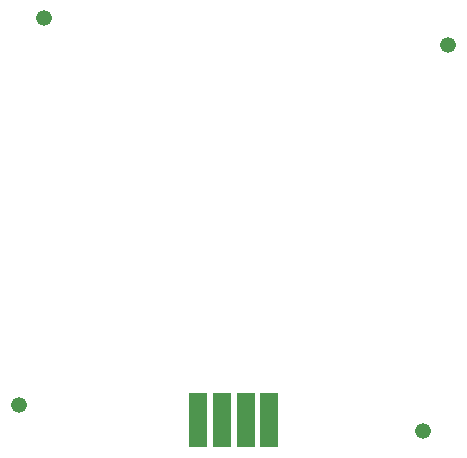
<source format=gbs>
%FSTAX42Y42*%
%MOMM*%
G71*
G01*
G75*
G04 Layer_Color=16711935*
%ADD10C,0.35*%
%ADD11C,0.45*%
%ADD12C,0.25*%
G04:AMPARAMS|DCode=13|XSize=0.46mm|YSize=0.61mm|CornerRadius=0mm|HoleSize=0mm|Usage=FLASHONLY|Rotation=350.000|XOffset=0mm|YOffset=0mm|HoleType=Round|Shape=Rectangle|*
%AMROTATEDRECTD13*
4,1,4,-0.28,-0.26,-0.17,0.34,0.28,0.26,0.17,-0.34,-0.28,-0.26,0.0*
%
%ADD13ROTATEDRECTD13*%

G04:AMPARAMS|DCode=14|XSize=1mm|YSize=1.5mm|CornerRadius=0mm|HoleSize=0mm|Usage=FLASHONLY|Rotation=26.400|XOffset=0mm|YOffset=0mm|HoleType=Round|Shape=Rectangle|*
%AMROTATEDRECTD14*
4,1,4,-0.11,-0.89,-0.78,0.45,0.11,0.89,0.78,-0.45,-0.11,-0.89,0.0*
%
%ADD14ROTATEDRECTD14*%

G04:AMPARAMS|DCode=15|XSize=1mm|YSize=1.5mm|CornerRadius=0mm|HoleSize=0mm|Usage=FLASHONLY|Rotation=56.400|XOffset=0mm|YOffset=0mm|HoleType=Round|Shape=Rectangle|*
%AMROTATEDRECTD15*
4,1,4,0.35,-0.83,-0.90,-0.00,-0.35,0.83,0.90,0.00,0.35,-0.83,0.0*
%
%ADD15ROTATEDRECTD15*%

G04:AMPARAMS|DCode=16|XSize=1mm|YSize=1.5mm|CornerRadius=0mm|HoleSize=0mm|Usage=FLASHONLY|Rotation=86.500|XOffset=0mm|YOffset=0mm|HoleType=Round|Shape=Rectangle|*
%AMROTATEDRECTD16*
4,1,4,0.72,-0.54,-0.78,-0.45,-0.72,0.54,0.78,0.45,0.72,-0.54,0.0*
%
%ADD16ROTATEDRECTD16*%

G04:AMPARAMS|DCode=17|XSize=1mm|YSize=1.5mm|CornerRadius=0mm|HoleSize=0mm|Usage=FLASHONLY|Rotation=326.400|XOffset=0mm|YOffset=0mm|HoleType=Round|Shape=Rectangle|*
%AMROTATEDRECTD17*
4,1,4,-0.83,-0.35,-0.00,0.90,0.83,0.35,0.00,-0.90,-0.83,-0.35,0.0*
%
%ADD17ROTATEDRECTD17*%

G04:AMPARAMS|DCode=18|XSize=0.46mm|YSize=0.61mm|CornerRadius=0mm|HoleSize=0mm|Usage=FLASHONLY|Rotation=320.000|XOffset=0mm|YOffset=0mm|HoleType=Round|Shape=Rectangle|*
%AMROTATEDRECTD18*
4,1,4,-0.37,-0.09,0.02,0.38,0.37,0.09,-0.02,-0.38,-0.37,-0.09,0.0*
%
%ADD18ROTATEDRECTD18*%

G04:AMPARAMS|DCode=19|XSize=1mm|YSize=1.5mm|CornerRadius=0mm|HoleSize=0mm|Usage=FLASHONLY|Rotation=296.400|XOffset=0mm|YOffset=0mm|HoleType=Round|Shape=Rectangle|*
%AMROTATEDRECTD19*
4,1,4,-0.89,0.11,0.45,0.78,0.89,-0.11,-0.45,-0.78,-0.89,0.11,0.0*
%
%ADD19ROTATEDRECTD19*%

G04:AMPARAMS|DCode=20|XSize=0.46mm|YSize=0.51mm|CornerRadius=0mm|HoleSize=0mm|Usage=FLASHONLY|Rotation=30.000|XOffset=0mm|YOffset=0mm|HoleType=Round|Shape=Rectangle|*
%AMROTATEDRECTD20*
4,1,4,-0.07,-0.33,-0.32,0.11,0.07,0.33,0.32,-0.11,-0.07,-0.33,0.0*
%
%ADD20ROTATEDRECTD20*%

G04:AMPARAMS|DCode=21|XSize=0.46mm|YSize=0.51mm|CornerRadius=0mm|HoleSize=0mm|Usage=FLASHONLY|Rotation=150.000|XOffset=0mm|YOffset=0mm|HoleType=Round|Shape=Rectangle|*
%AMROTATEDRECTD21*
4,1,4,0.32,0.11,0.07,-0.33,-0.32,-0.11,-0.07,0.33,0.32,0.11,0.0*
%
%ADD21ROTATEDRECTD21*%

G04:AMPARAMS|DCode=22|XSize=1mm|YSize=1.5mm|CornerRadius=0mm|HoleSize=0mm|Usage=FLASHONLY|Rotation=207.000|XOffset=0mm|YOffset=0mm|HoleType=Round|Shape=Rectangle|*
%AMROTATEDRECTD22*
4,1,4,0.11,0.90,0.79,-0.44,-0.11,-0.90,-0.79,0.44,0.11,0.90,0.0*
%
%ADD22ROTATEDRECTD22*%

G04:AMPARAMS|DCode=23|XSize=0.46mm|YSize=0.61mm|CornerRadius=0mm|HoleSize=0mm|Usage=FLASHONLY|Rotation=230.000|XOffset=0mm|YOffset=0mm|HoleType=Round|Shape=Rectangle|*
%AMROTATEDRECTD23*
4,1,4,-0.09,0.37,0.38,-0.02,0.09,-0.37,-0.38,0.02,-0.09,0.37,0.0*
%
%ADD23ROTATEDRECTD23*%

G04:AMPARAMS|DCode=24|XSize=0.46mm|YSize=0.51mm|CornerRadius=0mm|HoleSize=0mm|Usage=FLASHONLY|Rotation=65.000|XOffset=0mm|YOffset=0mm|HoleType=Round|Shape=Rectangle|*
%AMROTATEDRECTD24*
4,1,4,0.13,-0.31,-0.33,-0.10,-0.13,0.31,0.33,0.10,0.13,-0.31,0.0*
%
%ADD24ROTATEDRECTD24*%

G04:AMPARAMS|DCode=25|XSize=0.46mm|YSize=0.61mm|CornerRadius=0mm|HoleSize=0mm|Usage=FLASHONLY|Rotation=260.000|XOffset=0mm|YOffset=0mm|HoleType=Round|Shape=Rectangle|*
%AMROTATEDRECTD25*
4,1,4,-0.26,0.28,0.34,0.17,0.26,-0.28,-0.34,-0.17,-0.26,0.28,0.0*
%
%ADD25ROTATEDRECTD25*%

G04:AMPARAMS|DCode=26|XSize=0.46mm|YSize=0.61mm|CornerRadius=0mm|HoleSize=0mm|Usage=FLASHONLY|Rotation=290.000|XOffset=0mm|YOffset=0mm|HoleType=Round|Shape=Rectangle|*
%AMROTATEDRECTD26*
4,1,4,-0.36,0.11,0.21,0.32,0.36,-0.11,-0.21,-0.32,-0.36,0.11,0.0*
%
%ADD26ROTATEDRECTD26*%

%ADD27R,0.51X0.46*%
G04:AMPARAMS|DCode=28|XSize=0.46mm|YSize=0.51mm|CornerRadius=0mm|HoleSize=0mm|Usage=FLASHONLY|Rotation=120.000|XOffset=0mm|YOffset=0mm|HoleType=Round|Shape=Rectangle|*
%AMROTATEDRECTD28*
4,1,4,0.33,-0.07,-0.11,-0.32,-0.33,0.07,0.11,0.32,0.33,-0.07,0.0*
%
%ADD28ROTATEDRECTD28*%

G04:AMPARAMS|DCode=29|XSize=0.46mm|YSize=0.61mm|CornerRadius=0mm|HoleSize=0mm|Usage=FLASHONLY|Rotation=298.000|XOffset=0mm|YOffset=0mm|HoleType=Round|Shape=Rectangle|*
%AMROTATEDRECTD29*
4,1,4,-0.38,0.06,0.16,0.34,0.38,-0.06,-0.16,-0.34,-0.38,0.06,0.0*
%
%ADD29ROTATEDRECTD29*%

G04:AMPARAMS|DCode=30|XSize=0.46mm|YSize=0.61mm|CornerRadius=0mm|HoleSize=0mm|Usage=FLASHONLY|Rotation=249.000|XOffset=0mm|YOffset=0mm|HoleType=Round|Shape=Rectangle|*
%AMROTATEDRECTD30*
4,1,4,-0.20,0.32,0.37,0.10,0.20,-0.32,-0.37,-0.10,-0.20,0.32,0.0*
%
%ADD30ROTATEDRECTD30*%

G04:AMPARAMS|DCode=31|XSize=0.46mm|YSize=0.61mm|CornerRadius=0mm|HoleSize=0mm|Usage=FLASHONLY|Rotation=21.000|XOffset=0mm|YOffset=0mm|HoleType=Round|Shape=Rectangle|*
%AMROTATEDRECTD31*
4,1,4,-0.10,-0.37,-0.32,0.20,0.10,0.37,0.32,-0.20,-0.10,-0.37,0.0*
%
%ADD31ROTATEDRECTD31*%

G04:AMPARAMS|DCode=32|XSize=0.46mm|YSize=0.61mm|CornerRadius=0mm|HoleSize=0mm|Usage=FLASHONLY|Rotation=190.000|XOffset=0mm|YOffset=0mm|HoleType=Round|Shape=Rectangle|*
%AMROTATEDRECTD32*
4,1,4,0.17,0.34,0.28,-0.26,-0.17,-0.34,-0.28,0.26,0.17,0.34,0.0*
%
%ADD32ROTATEDRECTD32*%

G04:AMPARAMS|DCode=33|XSize=0.46mm|YSize=0.61mm|CornerRadius=0mm|HoleSize=0mm|Usage=FLASHONLY|Rotation=40.000|XOffset=0mm|YOffset=0mm|HoleType=Round|Shape=Rectangle|*
%AMROTATEDRECTD33*
4,1,4,0.02,-0.38,-0.37,0.09,-0.02,0.38,0.37,-0.09,0.02,-0.38,0.0*
%
%ADD33ROTATEDRECTD33*%

G04:AMPARAMS|DCode=34|XSize=0.46mm|YSize=0.61mm|CornerRadius=0mm|HoleSize=0mm|Usage=FLASHONLY|Rotation=81.000|XOffset=0mm|YOffset=0mm|HoleType=Round|Shape=Rectangle|*
%AMROTATEDRECTD34*
4,1,4,0.27,-0.27,-0.34,-0.18,-0.27,0.27,0.34,0.18,0.27,-0.27,0.0*
%
%ADD34ROTATEDRECTD34*%

G04:AMPARAMS|DCode=35|XSize=0.46mm|YSize=0.61mm|CornerRadius=0mm|HoleSize=0mm|Usage=FLASHONLY|Rotation=70.000|XOffset=0mm|YOffset=0mm|HoleType=Round|Shape=Rectangle|*
%AMROTATEDRECTD35*
4,1,4,0.21,-0.32,-0.36,-0.11,-0.21,0.32,0.36,0.11,0.21,-0.32,0.0*
%
%ADD35ROTATEDRECTD35*%

G04:AMPARAMS|DCode=36|XSize=0.46mm|YSize=0.61mm|CornerRadius=0mm|HoleSize=0mm|Usage=FLASHONLY|Rotation=130.000|XOffset=0mm|YOffset=0mm|HoleType=Round|Shape=Rectangle|*
%AMROTATEDRECTD36*
4,1,4,0.38,0.02,-0.09,-0.37,-0.38,-0.02,0.09,0.37,0.38,0.02,0.0*
%
%ADD36ROTATEDRECTD36*%

G04:AMPARAMS|DCode=37|XSize=0.46mm|YSize=0.61mm|CornerRadius=0mm|HoleSize=0mm|Usage=FLASHONLY|Rotation=145.000|XOffset=0mm|YOffset=0mm|HoleType=Round|Shape=Rectangle|*
%AMROTATEDRECTD37*
4,1,4,0.36,0.12,0.01,-0.38,-0.36,-0.12,-0.01,0.38,0.36,0.12,0.0*
%
%ADD37ROTATEDRECTD37*%

G04:AMPARAMS|DCode=38|XSize=0.46mm|YSize=0.61mm|CornerRadius=0mm|HoleSize=0mm|Usage=FLASHONLY|Rotation=175.000|XOffset=0mm|YOffset=0mm|HoleType=Round|Shape=Rectangle|*
%AMROTATEDRECTD38*
4,1,4,0.25,0.28,0.20,-0.32,-0.25,-0.28,-0.20,0.32,0.25,0.28,0.0*
%
%ADD38ROTATEDRECTD38*%

%ADD39R,0.46X0.61*%
G04:AMPARAMS|DCode=40|XSize=0.46mm|YSize=0.61mm|CornerRadius=0mm|HoleSize=0mm|Usage=FLASHONLY|Rotation=200.000|XOffset=0mm|YOffset=0mm|HoleType=Round|Shape=Rectangle|*
%AMROTATEDRECTD40*
4,1,4,0.11,0.36,0.32,-0.21,-0.11,-0.36,-0.32,0.21,0.11,0.36,0.0*
%
%ADD40ROTATEDRECTD40*%

%ADD41R,0.61X0.46*%
%ADD42R,0.46X0.51*%
G04:AMPARAMS|DCode=43|XSize=0.46mm|YSize=0.51mm|CornerRadius=0mm|HoleSize=0mm|Usage=FLASHONLY|Rotation=240.000|XOffset=0mm|YOffset=0mm|HoleType=Round|Shape=Rectangle|*
%AMROTATEDRECTD43*
4,1,4,-0.11,0.32,0.33,0.07,0.11,-0.32,-0.33,-0.07,-0.11,0.32,0.0*
%
%ADD43ROTATEDRECTD43*%

%ADD44R,0.35X0.85*%
G04:AMPARAMS|DCode=45|XSize=1mm|YSize=1.5mm|CornerRadius=0mm|HoleSize=0mm|Usage=FLASHONLY|Rotation=176.400|XOffset=0mm|YOffset=0mm|HoleType=Round|Shape=Rectangle|*
%AMROTATEDRECTD45*
4,1,4,0.55,0.72,0.45,-0.78,-0.55,-0.72,-0.45,0.78,0.55,0.72,0.0*
%
%ADD45ROTATEDRECTD45*%

%ADD46C,0.40*%
%ADD47C,0.30*%
%ADD48C,0.50*%
%ADD49C,0.51*%
%ADD50C,0.60*%
%ADD51C,1.20*%
%ADD52C,0.60*%
%ADD53C,0.87*%
%ADD54C,0.50*%
%ADD55C,0.70*%
%ADD56C,1.27*%
%ADD57R,1.40X4.52*%
%ADD58C,0.25*%
%ADD59C,0.25*%
%ADD60C,0.10*%
%ADD61C,0.04*%
%ADD62C,0.20*%
%ADD63C,0.15*%
G04:AMPARAMS|DCode=64|XSize=0.36mm|YSize=0.51mm|CornerRadius=0mm|HoleSize=0mm|Usage=FLASHONLY|Rotation=350.000|XOffset=0mm|YOffset=0mm|HoleType=Round|Shape=Rectangle|*
%AMROTATEDRECTD64*
4,1,4,-0.22,-0.22,-0.13,0.28,0.22,0.22,0.13,-0.28,-0.22,-0.22,0.0*
%
%ADD64ROTATEDRECTD64*%

G04:AMPARAMS|DCode=65|XSize=0.9mm|YSize=1.4mm|CornerRadius=0mm|HoleSize=0mm|Usage=FLASHONLY|Rotation=26.400|XOffset=0mm|YOffset=0mm|HoleType=Round|Shape=Rectangle|*
%AMROTATEDRECTD65*
4,1,4,-0.09,-0.83,-0.71,0.43,0.09,0.83,0.71,-0.43,-0.09,-0.83,0.0*
%
%ADD65ROTATEDRECTD65*%

G04:AMPARAMS|DCode=66|XSize=0.9mm|YSize=1.4mm|CornerRadius=0mm|HoleSize=0mm|Usage=FLASHONLY|Rotation=56.400|XOffset=0mm|YOffset=0mm|HoleType=Round|Shape=Rectangle|*
%AMROTATEDRECTD66*
4,1,4,0.33,-0.76,-0.83,0.01,-0.33,0.76,0.83,-0.01,0.33,-0.76,0.0*
%
%ADD66ROTATEDRECTD66*%

G04:AMPARAMS|DCode=67|XSize=0.9mm|YSize=1.4mm|CornerRadius=0mm|HoleSize=0mm|Usage=FLASHONLY|Rotation=86.500|XOffset=0mm|YOffset=0mm|HoleType=Round|Shape=Rectangle|*
%AMROTATEDRECTD67*
4,1,4,0.67,-0.49,-0.73,-0.41,-0.67,0.49,0.73,0.41,0.67,-0.49,0.0*
%
%ADD67ROTATEDRECTD67*%

G04:AMPARAMS|DCode=68|XSize=0.9mm|YSize=1.4mm|CornerRadius=0mm|HoleSize=0mm|Usage=FLASHONLY|Rotation=326.400|XOffset=0mm|YOffset=0mm|HoleType=Round|Shape=Rectangle|*
%AMROTATEDRECTD68*
4,1,4,-0.76,-0.33,0.01,0.83,0.76,0.33,-0.01,-0.83,-0.76,-0.33,0.0*
%
%ADD68ROTATEDRECTD68*%

G04:AMPARAMS|DCode=69|XSize=0.36mm|YSize=0.51mm|CornerRadius=0mm|HoleSize=0mm|Usage=FLASHONLY|Rotation=320.000|XOffset=0mm|YOffset=0mm|HoleType=Round|Shape=Rectangle|*
%AMROTATEDRECTD69*
4,1,4,-0.30,-0.08,0.03,0.31,0.30,0.08,-0.03,-0.31,-0.30,-0.08,0.0*
%
%ADD69ROTATEDRECTD69*%

G04:AMPARAMS|DCode=70|XSize=0.9mm|YSize=1.4mm|CornerRadius=0mm|HoleSize=0mm|Usage=FLASHONLY|Rotation=296.400|XOffset=0mm|YOffset=0mm|HoleType=Round|Shape=Rectangle|*
%AMROTATEDRECTD70*
4,1,4,-0.83,0.09,0.43,0.71,0.83,-0.09,-0.43,-0.71,-0.83,0.09,0.0*
%
%ADD70ROTATEDRECTD70*%

G04:AMPARAMS|DCode=71|XSize=0.36mm|YSize=0.41mm|CornerRadius=0mm|HoleSize=0mm|Usage=FLASHONLY|Rotation=30.000|XOffset=0mm|YOffset=0mm|HoleType=Round|Shape=Rectangle|*
%AMROTATEDRECTD71*
4,1,4,-0.05,-0.27,-0.26,0.09,0.05,0.27,0.26,-0.09,-0.05,-0.27,0.0*
%
%ADD71ROTATEDRECTD71*%

G04:AMPARAMS|DCode=72|XSize=0.36mm|YSize=0.41mm|CornerRadius=0mm|HoleSize=0mm|Usage=FLASHONLY|Rotation=150.000|XOffset=0mm|YOffset=0mm|HoleType=Round|Shape=Rectangle|*
%AMROTATEDRECTD72*
4,1,4,0.26,0.09,0.05,-0.27,-0.26,-0.09,-0.05,0.27,0.26,0.09,0.0*
%
%ADD72ROTATEDRECTD72*%

G04:AMPARAMS|DCode=73|XSize=0.9mm|YSize=1.4mm|CornerRadius=0mm|HoleSize=0mm|Usage=FLASHONLY|Rotation=207.000|XOffset=0mm|YOffset=0mm|HoleType=Round|Shape=Rectangle|*
%AMROTATEDRECTD73*
4,1,4,0.08,0.83,0.72,-0.42,-0.08,-0.83,-0.72,0.42,0.08,0.83,0.0*
%
%ADD73ROTATEDRECTD73*%

G04:AMPARAMS|DCode=74|XSize=0.36mm|YSize=0.51mm|CornerRadius=0mm|HoleSize=0mm|Usage=FLASHONLY|Rotation=230.000|XOffset=0mm|YOffset=0mm|HoleType=Round|Shape=Rectangle|*
%AMROTATEDRECTD74*
4,1,4,-0.08,0.30,0.31,-0.03,0.08,-0.30,-0.31,0.03,-0.08,0.30,0.0*
%
%ADD74ROTATEDRECTD74*%

G04:AMPARAMS|DCode=75|XSize=0.36mm|YSize=0.41mm|CornerRadius=0mm|HoleSize=0mm|Usage=FLASHONLY|Rotation=65.000|XOffset=0mm|YOffset=0mm|HoleType=Round|Shape=Rectangle|*
%AMROTATEDRECTD75*
4,1,4,0.11,-0.25,-0.26,-0.08,-0.11,0.25,0.26,0.08,0.11,-0.25,0.0*
%
%ADD75ROTATEDRECTD75*%

G04:AMPARAMS|DCode=76|XSize=0.36mm|YSize=0.51mm|CornerRadius=0mm|HoleSize=0mm|Usage=FLASHONLY|Rotation=260.000|XOffset=0mm|YOffset=0mm|HoleType=Round|Shape=Rectangle|*
%AMROTATEDRECTD76*
4,1,4,-0.22,0.22,0.28,0.13,0.22,-0.22,-0.28,-0.13,-0.22,0.22,0.0*
%
%ADD76ROTATEDRECTD76*%

G04:AMPARAMS|DCode=77|XSize=0.36mm|YSize=0.51mm|CornerRadius=0mm|HoleSize=0mm|Usage=FLASHONLY|Rotation=290.000|XOffset=0mm|YOffset=0mm|HoleType=Round|Shape=Rectangle|*
%AMROTATEDRECTD77*
4,1,4,-0.30,0.08,0.18,0.25,0.30,-0.08,-0.18,-0.25,-0.30,0.08,0.0*
%
%ADD77ROTATEDRECTD77*%

%ADD78R,0.41X0.36*%
G04:AMPARAMS|DCode=79|XSize=0.36mm|YSize=0.41mm|CornerRadius=0mm|HoleSize=0mm|Usage=FLASHONLY|Rotation=120.000|XOffset=0mm|YOffset=0mm|HoleType=Round|Shape=Rectangle|*
%AMROTATEDRECTD79*
4,1,4,0.27,-0.05,-0.09,-0.26,-0.27,0.05,0.09,0.26,0.27,-0.05,0.0*
%
%ADD79ROTATEDRECTD79*%

G04:AMPARAMS|DCode=80|XSize=0.36mm|YSize=0.51mm|CornerRadius=0mm|HoleSize=0mm|Usage=FLASHONLY|Rotation=298.000|XOffset=0mm|YOffset=0mm|HoleType=Round|Shape=Rectangle|*
%AMROTATEDRECTD80*
4,1,4,-0.31,0.04,0.14,0.28,0.31,-0.04,-0.14,-0.28,-0.31,0.04,0.0*
%
%ADD80ROTATEDRECTD80*%

G04:AMPARAMS|DCode=81|XSize=0.36mm|YSize=0.51mm|CornerRadius=0mm|HoleSize=0mm|Usage=FLASHONLY|Rotation=249.000|XOffset=0mm|YOffset=0mm|HoleType=Round|Shape=Rectangle|*
%AMROTATEDRECTD81*
4,1,4,-0.17,0.26,0.30,0.08,0.17,-0.26,-0.30,-0.08,-0.17,0.26,0.0*
%
%ADD81ROTATEDRECTD81*%

G04:AMPARAMS|DCode=82|XSize=0.36mm|YSize=0.51mm|CornerRadius=0mm|HoleSize=0mm|Usage=FLASHONLY|Rotation=21.000|XOffset=0mm|YOffset=0mm|HoleType=Round|Shape=Rectangle|*
%AMROTATEDRECTD82*
4,1,4,-0.08,-0.30,-0.26,0.17,0.08,0.30,0.26,-0.17,-0.08,-0.30,0.0*
%
%ADD82ROTATEDRECTD82*%

G04:AMPARAMS|DCode=83|XSize=0.36mm|YSize=0.51mm|CornerRadius=0mm|HoleSize=0mm|Usage=FLASHONLY|Rotation=190.000|XOffset=0mm|YOffset=0mm|HoleType=Round|Shape=Rectangle|*
%AMROTATEDRECTD83*
4,1,4,0.13,0.28,0.22,-0.22,-0.13,-0.28,-0.22,0.22,0.13,0.28,0.0*
%
%ADD83ROTATEDRECTD83*%

G04:AMPARAMS|DCode=84|XSize=0.36mm|YSize=0.51mm|CornerRadius=0mm|HoleSize=0mm|Usage=FLASHONLY|Rotation=40.000|XOffset=0mm|YOffset=0mm|HoleType=Round|Shape=Rectangle|*
%AMROTATEDRECTD84*
4,1,4,0.03,-0.31,-0.30,0.08,-0.03,0.31,0.30,-0.08,0.03,-0.31,0.0*
%
%ADD84ROTATEDRECTD84*%

G04:AMPARAMS|DCode=85|XSize=0.36mm|YSize=0.51mm|CornerRadius=0mm|HoleSize=0mm|Usage=FLASHONLY|Rotation=81.000|XOffset=0mm|YOffset=0mm|HoleType=Round|Shape=Rectangle|*
%AMROTATEDRECTD85*
4,1,4,0.22,-0.22,-0.28,-0.14,-0.22,0.22,0.28,0.14,0.22,-0.22,0.0*
%
%ADD85ROTATEDRECTD85*%

G04:AMPARAMS|DCode=86|XSize=0.36mm|YSize=0.51mm|CornerRadius=0mm|HoleSize=0mm|Usage=FLASHONLY|Rotation=70.000|XOffset=0mm|YOffset=0mm|HoleType=Round|Shape=Rectangle|*
%AMROTATEDRECTD86*
4,1,4,0.18,-0.25,-0.30,-0.08,-0.18,0.25,0.30,0.08,0.18,-0.25,0.0*
%
%ADD86ROTATEDRECTD86*%

G04:AMPARAMS|DCode=87|XSize=0.36mm|YSize=0.51mm|CornerRadius=0mm|HoleSize=0mm|Usage=FLASHONLY|Rotation=130.000|XOffset=0mm|YOffset=0mm|HoleType=Round|Shape=Rectangle|*
%AMROTATEDRECTD87*
4,1,4,0.31,0.03,-0.08,-0.30,-0.31,-0.03,0.08,0.30,0.31,0.03,0.0*
%
%ADD87ROTATEDRECTD87*%

G04:AMPARAMS|DCode=88|XSize=0.36mm|YSize=0.51mm|CornerRadius=0mm|HoleSize=0mm|Usage=FLASHONLY|Rotation=145.000|XOffset=0mm|YOffset=0mm|HoleType=Round|Shape=Rectangle|*
%AMROTATEDRECTD88*
4,1,4,0.29,0.11,0.00,-0.31,-0.29,-0.11,-0.00,0.31,0.29,0.11,0.0*
%
%ADD88ROTATEDRECTD88*%

G04:AMPARAMS|DCode=89|XSize=0.36mm|YSize=0.51mm|CornerRadius=0mm|HoleSize=0mm|Usage=FLASHONLY|Rotation=175.000|XOffset=0mm|YOffset=0mm|HoleType=Round|Shape=Rectangle|*
%AMROTATEDRECTD89*
4,1,4,0.20,0.24,0.16,-0.27,-0.20,-0.24,-0.16,0.27,0.20,0.24,0.0*
%
%ADD89ROTATEDRECTD89*%

%ADD90R,0.36X0.51*%
G04:AMPARAMS|DCode=91|XSize=0.36mm|YSize=0.51mm|CornerRadius=0mm|HoleSize=0mm|Usage=FLASHONLY|Rotation=200.000|XOffset=0mm|YOffset=0mm|HoleType=Round|Shape=Rectangle|*
%AMROTATEDRECTD91*
4,1,4,0.08,0.30,0.25,-0.18,-0.08,-0.30,-0.25,0.18,0.08,0.30,0.0*
%
%ADD91ROTATEDRECTD91*%

%ADD92R,0.51X0.36*%
%ADD93R,0.36X0.41*%
G04:AMPARAMS|DCode=94|XSize=0.36mm|YSize=0.41mm|CornerRadius=0mm|HoleSize=0mm|Usage=FLASHONLY|Rotation=240.000|XOffset=0mm|YOffset=0mm|HoleType=Round|Shape=Rectangle|*
%AMROTATEDRECTD94*
4,1,4,-0.09,0.26,0.27,0.05,0.09,-0.26,-0.27,-0.05,-0.09,0.26,0.0*
%
%ADD94ROTATEDRECTD94*%

%ADD95R,0.25X0.75*%
G04:AMPARAMS|DCode=96|XSize=0.9mm|YSize=1.4mm|CornerRadius=0mm|HoleSize=0mm|Usage=FLASHONLY|Rotation=176.400|XOffset=0mm|YOffset=0mm|HoleType=Round|Shape=Rectangle|*
%AMROTATEDRECTD96*
4,1,4,0.49,0.67,0.41,-0.73,-0.49,-0.67,-0.41,0.73,0.49,0.67,0.0*
%
%ADD96ROTATEDRECTD96*%

G04:AMPARAMS|DCode=97|XSize=0.6mm|YSize=0.75mm|CornerRadius=0mm|HoleSize=0mm|Usage=FLASHONLY|Rotation=350.000|XOffset=0mm|YOffset=0mm|HoleType=Round|Shape=Rectangle|*
%AMROTATEDRECTD97*
4,1,4,-0.36,-0.32,-0.23,0.42,0.36,0.32,0.23,-0.42,-0.36,-0.32,0.0*
%
%ADD97ROTATEDRECTD97*%

G04:AMPARAMS|DCode=98|XSize=1.14mm|YSize=1.64mm|CornerRadius=0mm|HoleSize=0mm|Usage=FLASHONLY|Rotation=26.400|XOffset=0mm|YOffset=0mm|HoleType=Round|Shape=Rectangle|*
%AMROTATEDRECTD98*
4,1,4,-0.15,-0.99,-0.88,0.48,0.15,0.99,0.88,-0.48,-0.15,-0.99,0.0*
%
%ADD98ROTATEDRECTD98*%

G04:AMPARAMS|DCode=99|XSize=1.14mm|YSize=1.64mm|CornerRadius=0mm|HoleSize=0mm|Usage=FLASHONLY|Rotation=56.400|XOffset=0mm|YOffset=0mm|HoleType=Round|Shape=Rectangle|*
%AMROTATEDRECTD99*
4,1,4,0.37,-0.93,-1.00,-0.02,-0.37,0.93,1.00,0.02,0.37,-0.93,0.0*
%
%ADD99ROTATEDRECTD99*%

G04:AMPARAMS|DCode=100|XSize=1.14mm|YSize=1.64mm|CornerRadius=0mm|HoleSize=0mm|Usage=FLASHONLY|Rotation=86.500|XOffset=0mm|YOffset=0mm|HoleType=Round|Shape=Rectangle|*
%AMROTATEDRECTD100*
4,1,4,0.78,-0.62,-0.85,-0.52,-0.78,0.62,0.85,0.52,0.78,-0.62,0.0*
%
%ADD100ROTATEDRECTD100*%

G04:AMPARAMS|DCode=101|XSize=1.14mm|YSize=1.64mm|CornerRadius=0mm|HoleSize=0mm|Usage=FLASHONLY|Rotation=326.400|XOffset=0mm|YOffset=0mm|HoleType=Round|Shape=Rectangle|*
%AMROTATEDRECTD101*
4,1,4,-0.93,-0.37,-0.02,1.00,0.93,0.37,0.02,-1.00,-0.93,-0.37,0.0*
%
%ADD101ROTATEDRECTD101*%

G04:AMPARAMS|DCode=102|XSize=0.6mm|YSize=0.75mm|CornerRadius=0mm|HoleSize=0mm|Usage=FLASHONLY|Rotation=320.000|XOffset=0mm|YOffset=0mm|HoleType=Round|Shape=Rectangle|*
%AMROTATEDRECTD102*
4,1,4,-0.47,-0.10,0.01,0.48,0.47,0.10,-0.01,-0.48,-0.47,-0.10,0.0*
%
%ADD102ROTATEDRECTD102*%

G04:AMPARAMS|DCode=103|XSize=1.14mm|YSize=1.64mm|CornerRadius=0mm|HoleSize=0mm|Usage=FLASHONLY|Rotation=296.400|XOffset=0mm|YOffset=0mm|HoleType=Round|Shape=Rectangle|*
%AMROTATEDRECTD103*
4,1,4,-0.99,0.15,0.48,0.88,0.99,-0.15,-0.48,-0.88,-0.99,0.15,0.0*
%
%ADD103ROTATEDRECTD103*%

G04:AMPARAMS|DCode=104|XSize=0.6mm|YSize=0.65mm|CornerRadius=0mm|HoleSize=0mm|Usage=FLASHONLY|Rotation=30.000|XOffset=0mm|YOffset=0mm|HoleType=Round|Shape=Rectangle|*
%AMROTATEDRECTD104*
4,1,4,-0.10,-0.43,-0.42,0.13,0.10,0.43,0.42,-0.13,-0.10,-0.43,0.0*
%
%ADD104ROTATEDRECTD104*%

G04:AMPARAMS|DCode=105|XSize=0.6mm|YSize=0.65mm|CornerRadius=0mm|HoleSize=0mm|Usage=FLASHONLY|Rotation=150.000|XOffset=0mm|YOffset=0mm|HoleType=Round|Shape=Rectangle|*
%AMROTATEDRECTD105*
4,1,4,0.42,0.13,0.10,-0.43,-0.42,-0.13,-0.10,0.43,0.42,0.13,0.0*
%
%ADD105ROTATEDRECTD105*%

G04:AMPARAMS|DCode=106|XSize=1.14mm|YSize=1.64mm|CornerRadius=0mm|HoleSize=0mm|Usage=FLASHONLY|Rotation=207.000|XOffset=0mm|YOffset=0mm|HoleType=Round|Shape=Rectangle|*
%AMROTATEDRECTD106*
4,1,4,0.14,0.99,0.88,-0.47,-0.14,-0.99,-0.88,0.47,0.14,0.99,0.0*
%
%ADD106ROTATEDRECTD106*%

G04:AMPARAMS|DCode=107|XSize=0.6mm|YSize=0.75mm|CornerRadius=0mm|HoleSize=0mm|Usage=FLASHONLY|Rotation=230.000|XOffset=0mm|YOffset=0mm|HoleType=Round|Shape=Rectangle|*
%AMROTATEDRECTD107*
4,1,4,-0.10,0.47,0.48,-0.01,0.10,-0.47,-0.48,0.01,-0.10,0.47,0.0*
%
%ADD107ROTATEDRECTD107*%

G04:AMPARAMS|DCode=108|XSize=0.6mm|YSize=0.65mm|CornerRadius=0mm|HoleSize=0mm|Usage=FLASHONLY|Rotation=65.000|XOffset=0mm|YOffset=0mm|HoleType=Round|Shape=Rectangle|*
%AMROTATEDRECTD108*
4,1,4,0.17,-0.41,-0.42,-0.13,-0.17,0.41,0.42,0.13,0.17,-0.41,0.0*
%
%ADD108ROTATEDRECTD108*%

G04:AMPARAMS|DCode=109|XSize=0.6mm|YSize=0.75mm|CornerRadius=0mm|HoleSize=0mm|Usage=FLASHONLY|Rotation=260.000|XOffset=0mm|YOffset=0mm|HoleType=Round|Shape=Rectangle|*
%AMROTATEDRECTD109*
4,1,4,-0.32,0.36,0.42,0.23,0.32,-0.36,-0.42,-0.23,-0.32,0.36,0.0*
%
%ADD109ROTATEDRECTD109*%

G04:AMPARAMS|DCode=110|XSize=0.6mm|YSize=0.75mm|CornerRadius=0mm|HoleSize=0mm|Usage=FLASHONLY|Rotation=290.000|XOffset=0mm|YOffset=0mm|HoleType=Round|Shape=Rectangle|*
%AMROTATEDRECTD110*
4,1,4,-0.45,0.15,0.25,0.41,0.45,-0.15,-0.25,-0.41,-0.45,0.15,0.0*
%
%ADD110ROTATEDRECTD110*%

%ADD111R,0.65X0.60*%
G04:AMPARAMS|DCode=112|XSize=0.6mm|YSize=0.65mm|CornerRadius=0mm|HoleSize=0mm|Usage=FLASHONLY|Rotation=120.000|XOffset=0mm|YOffset=0mm|HoleType=Round|Shape=Rectangle|*
%AMROTATEDRECTD112*
4,1,4,0.43,-0.10,-0.13,-0.42,-0.43,0.10,0.13,0.42,0.43,-0.10,0.0*
%
%ADD112ROTATEDRECTD112*%

G04:AMPARAMS|DCode=113|XSize=0.6mm|YSize=0.75mm|CornerRadius=0mm|HoleSize=0mm|Usage=FLASHONLY|Rotation=298.000|XOffset=0mm|YOffset=0mm|HoleType=Round|Shape=Rectangle|*
%AMROTATEDRECTD113*
4,1,4,-0.47,0.09,0.19,0.44,0.47,-0.09,-0.19,-0.44,-0.47,0.09,0.0*
%
%ADD113ROTATEDRECTD113*%

G04:AMPARAMS|DCode=114|XSize=0.6mm|YSize=0.75mm|CornerRadius=0mm|HoleSize=0mm|Usage=FLASHONLY|Rotation=249.000|XOffset=0mm|YOffset=0mm|HoleType=Round|Shape=Rectangle|*
%AMROTATEDRECTD114*
4,1,4,-0.24,0.41,0.46,0.14,0.24,-0.41,-0.46,-0.14,-0.24,0.41,0.0*
%
%ADD114ROTATEDRECTD114*%

G04:AMPARAMS|DCode=115|XSize=0.6mm|YSize=0.75mm|CornerRadius=0mm|HoleSize=0mm|Usage=FLASHONLY|Rotation=21.000|XOffset=0mm|YOffset=0mm|HoleType=Round|Shape=Rectangle|*
%AMROTATEDRECTD115*
4,1,4,-0.14,-0.46,-0.41,0.24,0.14,0.46,0.41,-0.24,-0.14,-0.46,0.0*
%
%ADD115ROTATEDRECTD115*%

G04:AMPARAMS|DCode=116|XSize=0.6mm|YSize=0.75mm|CornerRadius=0mm|HoleSize=0mm|Usage=FLASHONLY|Rotation=190.000|XOffset=0mm|YOffset=0mm|HoleType=Round|Shape=Rectangle|*
%AMROTATEDRECTD116*
4,1,4,0.23,0.42,0.36,-0.32,-0.23,-0.42,-0.36,0.32,0.23,0.42,0.0*
%
%ADD116ROTATEDRECTD116*%

G04:AMPARAMS|DCode=117|XSize=0.6mm|YSize=0.75mm|CornerRadius=0mm|HoleSize=0mm|Usage=FLASHONLY|Rotation=40.000|XOffset=0mm|YOffset=0mm|HoleType=Round|Shape=Rectangle|*
%AMROTATEDRECTD117*
4,1,4,0.01,-0.48,-0.47,0.10,-0.01,0.48,0.47,-0.10,0.01,-0.48,0.0*
%
%ADD117ROTATEDRECTD117*%

G04:AMPARAMS|DCode=118|XSize=0.6mm|YSize=0.75mm|CornerRadius=0mm|HoleSize=0mm|Usage=FLASHONLY|Rotation=81.000|XOffset=0mm|YOffset=0mm|HoleType=Round|Shape=Rectangle|*
%AMROTATEDRECTD118*
4,1,4,0.32,-0.35,-0.42,-0.24,-0.32,0.35,0.42,0.24,0.32,-0.35,0.0*
%
%ADD118ROTATEDRECTD118*%

G04:AMPARAMS|DCode=119|XSize=0.6mm|YSize=0.75mm|CornerRadius=0mm|HoleSize=0mm|Usage=FLASHONLY|Rotation=70.000|XOffset=0mm|YOffset=0mm|HoleType=Round|Shape=Rectangle|*
%AMROTATEDRECTD119*
4,1,4,0.25,-0.41,-0.45,-0.15,-0.25,0.41,0.45,0.15,0.25,-0.41,0.0*
%
%ADD119ROTATEDRECTD119*%

G04:AMPARAMS|DCode=120|XSize=0.6mm|YSize=0.75mm|CornerRadius=0mm|HoleSize=0mm|Usage=FLASHONLY|Rotation=130.000|XOffset=0mm|YOffset=0mm|HoleType=Round|Shape=Rectangle|*
%AMROTATEDRECTD120*
4,1,4,0.48,0.01,-0.10,-0.47,-0.48,-0.01,0.10,0.47,0.48,0.01,0.0*
%
%ADD120ROTATEDRECTD120*%

G04:AMPARAMS|DCode=121|XSize=0.6mm|YSize=0.75mm|CornerRadius=0mm|HoleSize=0mm|Usage=FLASHONLY|Rotation=145.000|XOffset=0mm|YOffset=0mm|HoleType=Round|Shape=Rectangle|*
%AMROTATEDRECTD121*
4,1,4,0.46,0.14,0.03,-0.48,-0.46,-0.14,-0.03,0.48,0.46,0.14,0.0*
%
%ADD121ROTATEDRECTD121*%

G04:AMPARAMS|DCode=122|XSize=0.6mm|YSize=0.75mm|CornerRadius=0mm|HoleSize=0mm|Usage=FLASHONLY|Rotation=175.000|XOffset=0mm|YOffset=0mm|HoleType=Round|Shape=Rectangle|*
%AMROTATEDRECTD122*
4,1,4,0.33,0.35,0.26,-0.40,-0.33,-0.35,-0.26,0.40,0.33,0.35,0.0*
%
%ADD122ROTATEDRECTD122*%

%ADD123R,0.60X0.75*%
G04:AMPARAMS|DCode=124|XSize=0.6mm|YSize=0.75mm|CornerRadius=0mm|HoleSize=0mm|Usage=FLASHONLY|Rotation=200.000|XOffset=0mm|YOffset=0mm|HoleType=Round|Shape=Rectangle|*
%AMROTATEDRECTD124*
4,1,4,0.15,0.45,0.41,-0.25,-0.15,-0.45,-0.41,0.25,0.15,0.45,0.0*
%
%ADD124ROTATEDRECTD124*%

%ADD125R,0.75X0.60*%
%ADD126R,0.60X0.65*%
G04:AMPARAMS|DCode=127|XSize=0.6mm|YSize=0.65mm|CornerRadius=0mm|HoleSize=0mm|Usage=FLASHONLY|Rotation=240.000|XOffset=0mm|YOffset=0mm|HoleType=Round|Shape=Rectangle|*
%AMROTATEDRECTD127*
4,1,4,-0.13,0.42,0.43,0.10,0.13,-0.42,-0.43,-0.10,-0.13,0.42,0.0*
%
%ADD127ROTATEDRECTD127*%

%ADD128R,0.49X0.99*%
G04:AMPARAMS|DCode=129|XSize=1.14mm|YSize=1.64mm|CornerRadius=0mm|HoleSize=0mm|Usage=FLASHONLY|Rotation=176.400|XOffset=0mm|YOffset=0mm|HoleType=Round|Shape=Rectangle|*
%AMROTATEDRECTD129*
4,1,4,0.62,0.78,0.52,-0.85,-0.62,-0.78,-0.52,0.85,0.62,0.78,0.0*
%
%ADD129ROTATEDRECTD129*%

%ADD130C,1.34*%
%ADD131R,1.54X4.66*%
D130*
X021848Y016788D02*
D03*
X018427Y017012D02*
D03*
X022062Y020062D02*
D03*
X01864Y020285D02*
D03*
D131*
X019946Y016888D02*
D03*
X020144Y016888D02*
D03*
X020348Y016888D02*
D03*
X020547D02*
D03*
M02*

</source>
